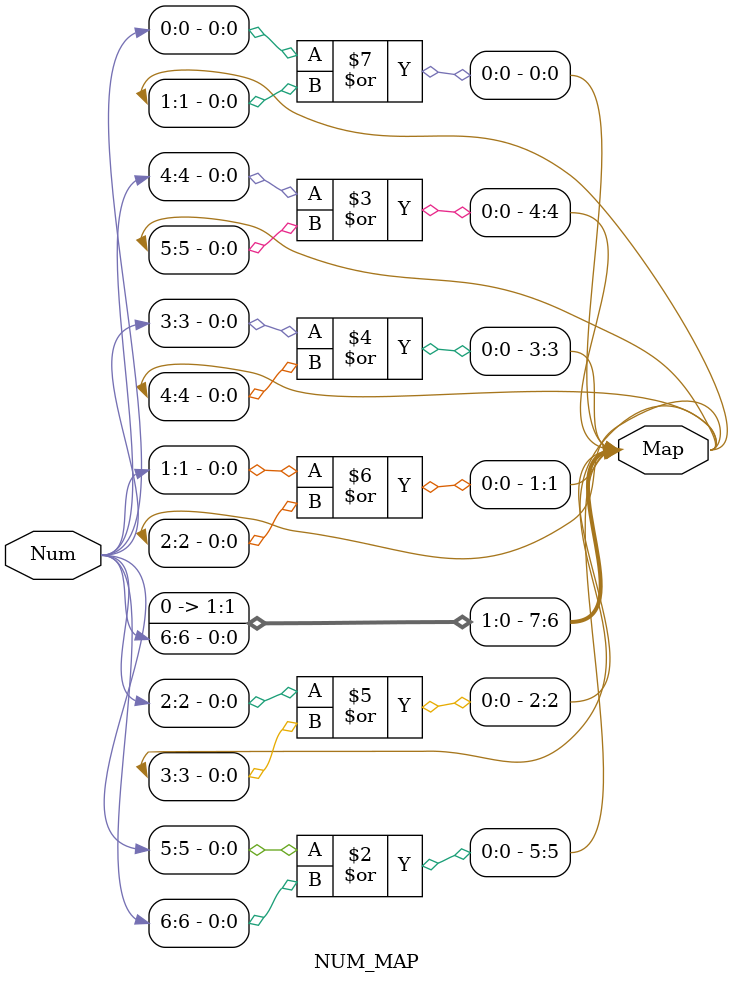
<source format=v>

module NUM_MAP #(parameter BITS=8)(input [BITS-1:0]Num,
					 output [BITS-1:0]Map);

assign Map[BITS-1]=1'b0;
					 
genvar i;

generate

	for(i=BITS-2;i>=0;i=i-1) begin: generation

		assign Map[i] = Num[i]|Map[i+1];
		
	end				  
					  
endgenerate
					  
endmodule

</source>
